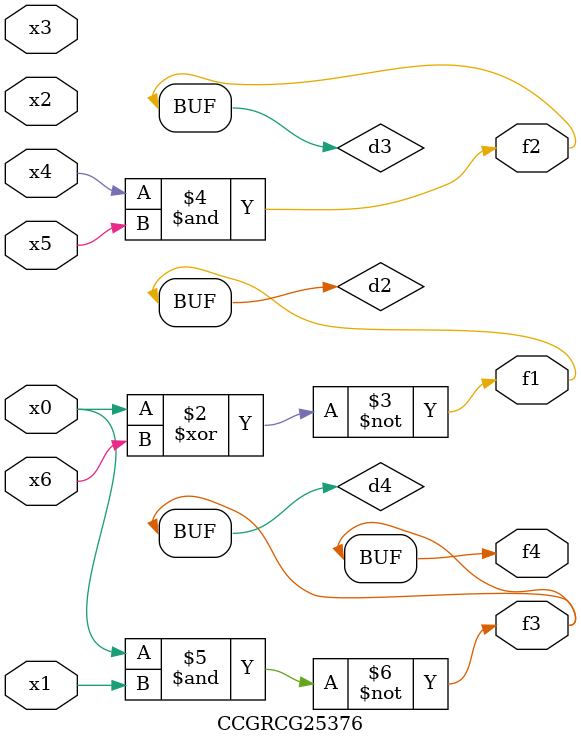
<source format=v>
module CCGRCG25376(
	input x0, x1, x2, x3, x4, x5, x6,
	output f1, f2, f3, f4
);

	wire d1, d2, d3, d4;

	nor (d1, x0);
	xnor (d2, x0, x6);
	and (d3, x4, x5);
	nand (d4, x0, x1);
	assign f1 = d2;
	assign f2 = d3;
	assign f3 = d4;
	assign f4 = d4;
endmodule

</source>
